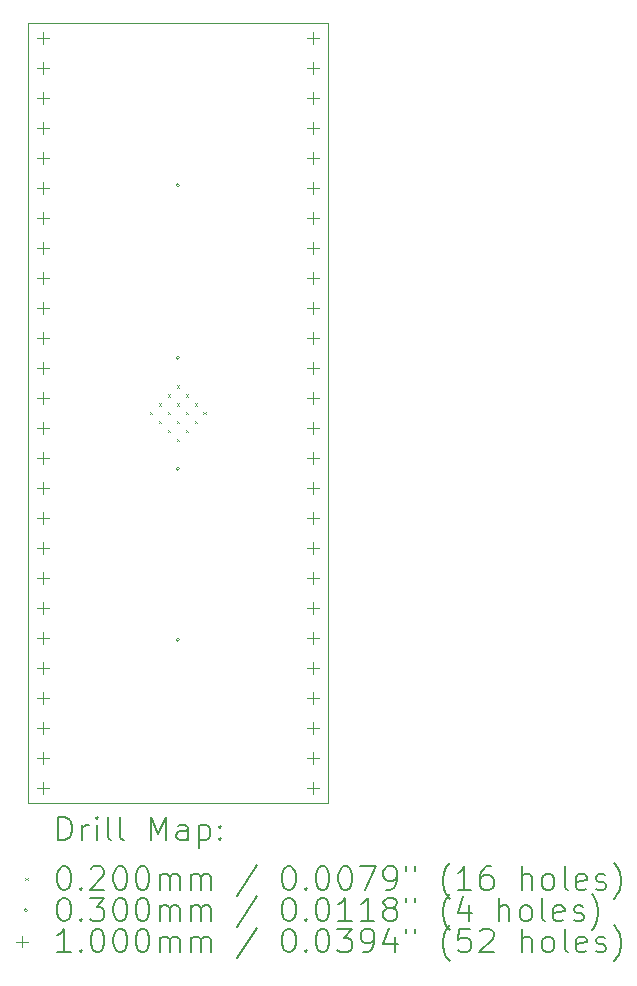
<source format=gbr>
%TF.GenerationSoftware,KiCad,Pcbnew,9.0.6*%
%TF.CreationDate,2026-01-08T20:47:44-06:00*%
%TF.ProjectId,QFN-48_5x5_P0.35,51464e2d-3438-45f3-9578-355f50302e33,rev?*%
%TF.SameCoordinates,Original*%
%TF.FileFunction,Drillmap*%
%TF.FilePolarity,Positive*%
%FSLAX45Y45*%
G04 Gerber Fmt 4.5, Leading zero omitted, Abs format (unit mm)*
G04 Created by KiCad (PCBNEW 9.0.6) date 2026-01-08 20:47:44*
%MOMM*%
%LPD*%
G01*
G04 APERTURE LIST*
%ADD10C,0.050000*%
%ADD11C,0.200000*%
%ADD12C,0.100000*%
G04 APERTURE END LIST*
D10*
X12573000Y-8763000D02*
X15113000Y-8763000D01*
X15113000Y-15367000D01*
X12573000Y-15367000D01*
X12573000Y-8763000D01*
D11*
D12*
X13606726Y-12055000D02*
X13626726Y-12075000D01*
X13626726Y-12055000D02*
X13606726Y-12075000D01*
X13682151Y-11979575D02*
X13702151Y-11999575D01*
X13702151Y-11979575D02*
X13682151Y-11999575D01*
X13682151Y-12130425D02*
X13702151Y-12150425D01*
X13702151Y-12130425D02*
X13682151Y-12150425D01*
X13757575Y-11904151D02*
X13777575Y-11924151D01*
X13777575Y-11904151D02*
X13757575Y-11924151D01*
X13757575Y-12055000D02*
X13777575Y-12075000D01*
X13777575Y-12055000D02*
X13757575Y-12075000D01*
X13757575Y-12205849D02*
X13777575Y-12225849D01*
X13777575Y-12205849D02*
X13757575Y-12225849D01*
X13833000Y-11828726D02*
X13853000Y-11848726D01*
X13853000Y-11828726D02*
X13833000Y-11848726D01*
X13833000Y-11979575D02*
X13853000Y-11999575D01*
X13853000Y-11979575D02*
X13833000Y-11999575D01*
X13833000Y-12130425D02*
X13853000Y-12150425D01*
X13853000Y-12130425D02*
X13833000Y-12150425D01*
X13833000Y-12281274D02*
X13853000Y-12301274D01*
X13853000Y-12281274D02*
X13833000Y-12301274D01*
X13908425Y-11904151D02*
X13928425Y-11924151D01*
X13928425Y-11904151D02*
X13908425Y-11924151D01*
X13908425Y-12055000D02*
X13928425Y-12075000D01*
X13928425Y-12055000D02*
X13908425Y-12075000D01*
X13908425Y-12205849D02*
X13928425Y-12225849D01*
X13928425Y-12205849D02*
X13908425Y-12225849D01*
X13983849Y-11979575D02*
X14003849Y-11999575D01*
X14003849Y-11979575D02*
X13983849Y-11999575D01*
X13983849Y-12130425D02*
X14003849Y-12150425D01*
X14003849Y-12130425D02*
X13983849Y-12150425D01*
X14059274Y-12055000D02*
X14079274Y-12075000D01*
X14079274Y-12055000D02*
X14059274Y-12075000D01*
X13858000Y-10134600D02*
G75*
G02*
X13828000Y-10134600I-15000J0D01*
G01*
X13828000Y-10134600D02*
G75*
G02*
X13858000Y-10134600I15000J0D01*
G01*
X13858000Y-11595100D02*
G75*
G02*
X13828000Y-11595100I-15000J0D01*
G01*
X13828000Y-11595100D02*
G75*
G02*
X13858000Y-11595100I15000J0D01*
G01*
X13858000Y-12534900D02*
G75*
G02*
X13828000Y-12534900I-15000J0D01*
G01*
X13828000Y-12534900D02*
G75*
G02*
X13858000Y-12534900I15000J0D01*
G01*
X13858000Y-13982700D02*
G75*
G02*
X13828000Y-13982700I-15000J0D01*
G01*
X13828000Y-13982700D02*
G75*
G02*
X13858000Y-13982700I15000J0D01*
G01*
X12700000Y-8840000D02*
X12700000Y-8940000D01*
X12650000Y-8890000D02*
X12750000Y-8890000D01*
X12700000Y-9094000D02*
X12700000Y-9194000D01*
X12650000Y-9144000D02*
X12750000Y-9144000D01*
X12700000Y-9348000D02*
X12700000Y-9448000D01*
X12650000Y-9398000D02*
X12750000Y-9398000D01*
X12700000Y-9602000D02*
X12700000Y-9702000D01*
X12650000Y-9652000D02*
X12750000Y-9652000D01*
X12700000Y-9856000D02*
X12700000Y-9956000D01*
X12650000Y-9906000D02*
X12750000Y-9906000D01*
X12700000Y-10110000D02*
X12700000Y-10210000D01*
X12650000Y-10160000D02*
X12750000Y-10160000D01*
X12700000Y-10364000D02*
X12700000Y-10464000D01*
X12650000Y-10414000D02*
X12750000Y-10414000D01*
X12700000Y-10618000D02*
X12700000Y-10718000D01*
X12650000Y-10668000D02*
X12750000Y-10668000D01*
X12700000Y-10872000D02*
X12700000Y-10972000D01*
X12650000Y-10922000D02*
X12750000Y-10922000D01*
X12700000Y-11126000D02*
X12700000Y-11226000D01*
X12650000Y-11176000D02*
X12750000Y-11176000D01*
X12700000Y-11380000D02*
X12700000Y-11480000D01*
X12650000Y-11430000D02*
X12750000Y-11430000D01*
X12700000Y-11634000D02*
X12700000Y-11734000D01*
X12650000Y-11684000D02*
X12750000Y-11684000D01*
X12700000Y-11888000D02*
X12700000Y-11988000D01*
X12650000Y-11938000D02*
X12750000Y-11938000D01*
X12700000Y-12142000D02*
X12700000Y-12242000D01*
X12650000Y-12192000D02*
X12750000Y-12192000D01*
X12700000Y-12396000D02*
X12700000Y-12496000D01*
X12650000Y-12446000D02*
X12750000Y-12446000D01*
X12700000Y-12650000D02*
X12700000Y-12750000D01*
X12650000Y-12700000D02*
X12750000Y-12700000D01*
X12700000Y-12904000D02*
X12700000Y-13004000D01*
X12650000Y-12954000D02*
X12750000Y-12954000D01*
X12700000Y-13158000D02*
X12700000Y-13258000D01*
X12650000Y-13208000D02*
X12750000Y-13208000D01*
X12700000Y-13412000D02*
X12700000Y-13512000D01*
X12650000Y-13462000D02*
X12750000Y-13462000D01*
X12700000Y-13666000D02*
X12700000Y-13766000D01*
X12650000Y-13716000D02*
X12750000Y-13716000D01*
X12700000Y-13920000D02*
X12700000Y-14020000D01*
X12650000Y-13970000D02*
X12750000Y-13970000D01*
X12700000Y-14174000D02*
X12700000Y-14274000D01*
X12650000Y-14224000D02*
X12750000Y-14224000D01*
X12700000Y-14428000D02*
X12700000Y-14528000D01*
X12650000Y-14478000D02*
X12750000Y-14478000D01*
X12700000Y-14682000D02*
X12700000Y-14782000D01*
X12650000Y-14732000D02*
X12750000Y-14732000D01*
X12700000Y-14936000D02*
X12700000Y-15036000D01*
X12650000Y-14986000D02*
X12750000Y-14986000D01*
X12700000Y-15190000D02*
X12700000Y-15290000D01*
X12650000Y-15240000D02*
X12750000Y-15240000D01*
X14986000Y-8840000D02*
X14986000Y-8940000D01*
X14936000Y-8890000D02*
X15036000Y-8890000D01*
X14986000Y-9094000D02*
X14986000Y-9194000D01*
X14936000Y-9144000D02*
X15036000Y-9144000D01*
X14986000Y-9348000D02*
X14986000Y-9448000D01*
X14936000Y-9398000D02*
X15036000Y-9398000D01*
X14986000Y-9602000D02*
X14986000Y-9702000D01*
X14936000Y-9652000D02*
X15036000Y-9652000D01*
X14986000Y-9856000D02*
X14986000Y-9956000D01*
X14936000Y-9906000D02*
X15036000Y-9906000D01*
X14986000Y-10110000D02*
X14986000Y-10210000D01*
X14936000Y-10160000D02*
X15036000Y-10160000D01*
X14986000Y-10364000D02*
X14986000Y-10464000D01*
X14936000Y-10414000D02*
X15036000Y-10414000D01*
X14986000Y-10618000D02*
X14986000Y-10718000D01*
X14936000Y-10668000D02*
X15036000Y-10668000D01*
X14986000Y-10872000D02*
X14986000Y-10972000D01*
X14936000Y-10922000D02*
X15036000Y-10922000D01*
X14986000Y-11126000D02*
X14986000Y-11226000D01*
X14936000Y-11176000D02*
X15036000Y-11176000D01*
X14986000Y-11380000D02*
X14986000Y-11480000D01*
X14936000Y-11430000D02*
X15036000Y-11430000D01*
X14986000Y-11634000D02*
X14986000Y-11734000D01*
X14936000Y-11684000D02*
X15036000Y-11684000D01*
X14986000Y-11888000D02*
X14986000Y-11988000D01*
X14936000Y-11938000D02*
X15036000Y-11938000D01*
X14986000Y-12142000D02*
X14986000Y-12242000D01*
X14936000Y-12192000D02*
X15036000Y-12192000D01*
X14986000Y-12396000D02*
X14986000Y-12496000D01*
X14936000Y-12446000D02*
X15036000Y-12446000D01*
X14986000Y-12650000D02*
X14986000Y-12750000D01*
X14936000Y-12700000D02*
X15036000Y-12700000D01*
X14986000Y-12904000D02*
X14986000Y-13004000D01*
X14936000Y-12954000D02*
X15036000Y-12954000D01*
X14986000Y-13158000D02*
X14986000Y-13258000D01*
X14936000Y-13208000D02*
X15036000Y-13208000D01*
X14986000Y-13412000D02*
X14986000Y-13512000D01*
X14936000Y-13462000D02*
X15036000Y-13462000D01*
X14986000Y-13666000D02*
X14986000Y-13766000D01*
X14936000Y-13716000D02*
X15036000Y-13716000D01*
X14986000Y-13920000D02*
X14986000Y-14020000D01*
X14936000Y-13970000D02*
X15036000Y-13970000D01*
X14986000Y-14174000D02*
X14986000Y-14274000D01*
X14936000Y-14224000D02*
X15036000Y-14224000D01*
X14986000Y-14428000D02*
X14986000Y-14528000D01*
X14936000Y-14478000D02*
X15036000Y-14478000D01*
X14986000Y-14682000D02*
X14986000Y-14782000D01*
X14936000Y-14732000D02*
X15036000Y-14732000D01*
X14986000Y-14936000D02*
X14986000Y-15036000D01*
X14936000Y-14986000D02*
X15036000Y-14986000D01*
X14986000Y-15190000D02*
X14986000Y-15290000D01*
X14936000Y-15240000D02*
X15036000Y-15240000D01*
D11*
X12831277Y-15680984D02*
X12831277Y-15480984D01*
X12831277Y-15480984D02*
X12878896Y-15480984D01*
X12878896Y-15480984D02*
X12907467Y-15490508D01*
X12907467Y-15490508D02*
X12926515Y-15509555D01*
X12926515Y-15509555D02*
X12936039Y-15528603D01*
X12936039Y-15528603D02*
X12945562Y-15566698D01*
X12945562Y-15566698D02*
X12945562Y-15595269D01*
X12945562Y-15595269D02*
X12936039Y-15633365D01*
X12936039Y-15633365D02*
X12926515Y-15652412D01*
X12926515Y-15652412D02*
X12907467Y-15671460D01*
X12907467Y-15671460D02*
X12878896Y-15680984D01*
X12878896Y-15680984D02*
X12831277Y-15680984D01*
X13031277Y-15680984D02*
X13031277Y-15547650D01*
X13031277Y-15585746D02*
X13040801Y-15566698D01*
X13040801Y-15566698D02*
X13050324Y-15557174D01*
X13050324Y-15557174D02*
X13069372Y-15547650D01*
X13069372Y-15547650D02*
X13088420Y-15547650D01*
X13155086Y-15680984D02*
X13155086Y-15547650D01*
X13155086Y-15480984D02*
X13145562Y-15490508D01*
X13145562Y-15490508D02*
X13155086Y-15500031D01*
X13155086Y-15500031D02*
X13164610Y-15490508D01*
X13164610Y-15490508D02*
X13155086Y-15480984D01*
X13155086Y-15480984D02*
X13155086Y-15500031D01*
X13278896Y-15680984D02*
X13259848Y-15671460D01*
X13259848Y-15671460D02*
X13250324Y-15652412D01*
X13250324Y-15652412D02*
X13250324Y-15480984D01*
X13383658Y-15680984D02*
X13364610Y-15671460D01*
X13364610Y-15671460D02*
X13355086Y-15652412D01*
X13355086Y-15652412D02*
X13355086Y-15480984D01*
X13612229Y-15680984D02*
X13612229Y-15480984D01*
X13612229Y-15480984D02*
X13678896Y-15623841D01*
X13678896Y-15623841D02*
X13745562Y-15480984D01*
X13745562Y-15480984D02*
X13745562Y-15680984D01*
X13926515Y-15680984D02*
X13926515Y-15576222D01*
X13926515Y-15576222D02*
X13916991Y-15557174D01*
X13916991Y-15557174D02*
X13897943Y-15547650D01*
X13897943Y-15547650D02*
X13859848Y-15547650D01*
X13859848Y-15547650D02*
X13840801Y-15557174D01*
X13926515Y-15671460D02*
X13907467Y-15680984D01*
X13907467Y-15680984D02*
X13859848Y-15680984D01*
X13859848Y-15680984D02*
X13840801Y-15671460D01*
X13840801Y-15671460D02*
X13831277Y-15652412D01*
X13831277Y-15652412D02*
X13831277Y-15633365D01*
X13831277Y-15633365D02*
X13840801Y-15614317D01*
X13840801Y-15614317D02*
X13859848Y-15604793D01*
X13859848Y-15604793D02*
X13907467Y-15604793D01*
X13907467Y-15604793D02*
X13926515Y-15595269D01*
X14021753Y-15547650D02*
X14021753Y-15747650D01*
X14021753Y-15557174D02*
X14040801Y-15547650D01*
X14040801Y-15547650D02*
X14078896Y-15547650D01*
X14078896Y-15547650D02*
X14097943Y-15557174D01*
X14097943Y-15557174D02*
X14107467Y-15566698D01*
X14107467Y-15566698D02*
X14116991Y-15585746D01*
X14116991Y-15585746D02*
X14116991Y-15642888D01*
X14116991Y-15642888D02*
X14107467Y-15661936D01*
X14107467Y-15661936D02*
X14097943Y-15671460D01*
X14097943Y-15671460D02*
X14078896Y-15680984D01*
X14078896Y-15680984D02*
X14040801Y-15680984D01*
X14040801Y-15680984D02*
X14021753Y-15671460D01*
X14202705Y-15661936D02*
X14212229Y-15671460D01*
X14212229Y-15671460D02*
X14202705Y-15680984D01*
X14202705Y-15680984D02*
X14193182Y-15671460D01*
X14193182Y-15671460D02*
X14202705Y-15661936D01*
X14202705Y-15661936D02*
X14202705Y-15680984D01*
X14202705Y-15557174D02*
X14212229Y-15566698D01*
X14212229Y-15566698D02*
X14202705Y-15576222D01*
X14202705Y-15576222D02*
X14193182Y-15566698D01*
X14193182Y-15566698D02*
X14202705Y-15557174D01*
X14202705Y-15557174D02*
X14202705Y-15576222D01*
D12*
X12550500Y-15999500D02*
X12570500Y-16019500D01*
X12570500Y-15999500D02*
X12550500Y-16019500D01*
D11*
X12869372Y-15900984D02*
X12888420Y-15900984D01*
X12888420Y-15900984D02*
X12907467Y-15910508D01*
X12907467Y-15910508D02*
X12916991Y-15920031D01*
X12916991Y-15920031D02*
X12926515Y-15939079D01*
X12926515Y-15939079D02*
X12936039Y-15977174D01*
X12936039Y-15977174D02*
X12936039Y-16024793D01*
X12936039Y-16024793D02*
X12926515Y-16062888D01*
X12926515Y-16062888D02*
X12916991Y-16081936D01*
X12916991Y-16081936D02*
X12907467Y-16091460D01*
X12907467Y-16091460D02*
X12888420Y-16100984D01*
X12888420Y-16100984D02*
X12869372Y-16100984D01*
X12869372Y-16100984D02*
X12850324Y-16091460D01*
X12850324Y-16091460D02*
X12840801Y-16081936D01*
X12840801Y-16081936D02*
X12831277Y-16062888D01*
X12831277Y-16062888D02*
X12821753Y-16024793D01*
X12821753Y-16024793D02*
X12821753Y-15977174D01*
X12821753Y-15977174D02*
X12831277Y-15939079D01*
X12831277Y-15939079D02*
X12840801Y-15920031D01*
X12840801Y-15920031D02*
X12850324Y-15910508D01*
X12850324Y-15910508D02*
X12869372Y-15900984D01*
X13021753Y-16081936D02*
X13031277Y-16091460D01*
X13031277Y-16091460D02*
X13021753Y-16100984D01*
X13021753Y-16100984D02*
X13012229Y-16091460D01*
X13012229Y-16091460D02*
X13021753Y-16081936D01*
X13021753Y-16081936D02*
X13021753Y-16100984D01*
X13107467Y-15920031D02*
X13116991Y-15910508D01*
X13116991Y-15910508D02*
X13136039Y-15900984D01*
X13136039Y-15900984D02*
X13183658Y-15900984D01*
X13183658Y-15900984D02*
X13202705Y-15910508D01*
X13202705Y-15910508D02*
X13212229Y-15920031D01*
X13212229Y-15920031D02*
X13221753Y-15939079D01*
X13221753Y-15939079D02*
X13221753Y-15958127D01*
X13221753Y-15958127D02*
X13212229Y-15986698D01*
X13212229Y-15986698D02*
X13097943Y-16100984D01*
X13097943Y-16100984D02*
X13221753Y-16100984D01*
X13345562Y-15900984D02*
X13364610Y-15900984D01*
X13364610Y-15900984D02*
X13383658Y-15910508D01*
X13383658Y-15910508D02*
X13393182Y-15920031D01*
X13393182Y-15920031D02*
X13402705Y-15939079D01*
X13402705Y-15939079D02*
X13412229Y-15977174D01*
X13412229Y-15977174D02*
X13412229Y-16024793D01*
X13412229Y-16024793D02*
X13402705Y-16062888D01*
X13402705Y-16062888D02*
X13393182Y-16081936D01*
X13393182Y-16081936D02*
X13383658Y-16091460D01*
X13383658Y-16091460D02*
X13364610Y-16100984D01*
X13364610Y-16100984D02*
X13345562Y-16100984D01*
X13345562Y-16100984D02*
X13326515Y-16091460D01*
X13326515Y-16091460D02*
X13316991Y-16081936D01*
X13316991Y-16081936D02*
X13307467Y-16062888D01*
X13307467Y-16062888D02*
X13297943Y-16024793D01*
X13297943Y-16024793D02*
X13297943Y-15977174D01*
X13297943Y-15977174D02*
X13307467Y-15939079D01*
X13307467Y-15939079D02*
X13316991Y-15920031D01*
X13316991Y-15920031D02*
X13326515Y-15910508D01*
X13326515Y-15910508D02*
X13345562Y-15900984D01*
X13536039Y-15900984D02*
X13555086Y-15900984D01*
X13555086Y-15900984D02*
X13574134Y-15910508D01*
X13574134Y-15910508D02*
X13583658Y-15920031D01*
X13583658Y-15920031D02*
X13593182Y-15939079D01*
X13593182Y-15939079D02*
X13602705Y-15977174D01*
X13602705Y-15977174D02*
X13602705Y-16024793D01*
X13602705Y-16024793D02*
X13593182Y-16062888D01*
X13593182Y-16062888D02*
X13583658Y-16081936D01*
X13583658Y-16081936D02*
X13574134Y-16091460D01*
X13574134Y-16091460D02*
X13555086Y-16100984D01*
X13555086Y-16100984D02*
X13536039Y-16100984D01*
X13536039Y-16100984D02*
X13516991Y-16091460D01*
X13516991Y-16091460D02*
X13507467Y-16081936D01*
X13507467Y-16081936D02*
X13497943Y-16062888D01*
X13497943Y-16062888D02*
X13488420Y-16024793D01*
X13488420Y-16024793D02*
X13488420Y-15977174D01*
X13488420Y-15977174D02*
X13497943Y-15939079D01*
X13497943Y-15939079D02*
X13507467Y-15920031D01*
X13507467Y-15920031D02*
X13516991Y-15910508D01*
X13516991Y-15910508D02*
X13536039Y-15900984D01*
X13688420Y-16100984D02*
X13688420Y-15967650D01*
X13688420Y-15986698D02*
X13697943Y-15977174D01*
X13697943Y-15977174D02*
X13716991Y-15967650D01*
X13716991Y-15967650D02*
X13745563Y-15967650D01*
X13745563Y-15967650D02*
X13764610Y-15977174D01*
X13764610Y-15977174D02*
X13774134Y-15996222D01*
X13774134Y-15996222D02*
X13774134Y-16100984D01*
X13774134Y-15996222D02*
X13783658Y-15977174D01*
X13783658Y-15977174D02*
X13802705Y-15967650D01*
X13802705Y-15967650D02*
X13831277Y-15967650D01*
X13831277Y-15967650D02*
X13850324Y-15977174D01*
X13850324Y-15977174D02*
X13859848Y-15996222D01*
X13859848Y-15996222D02*
X13859848Y-16100984D01*
X13955086Y-16100984D02*
X13955086Y-15967650D01*
X13955086Y-15986698D02*
X13964610Y-15977174D01*
X13964610Y-15977174D02*
X13983658Y-15967650D01*
X13983658Y-15967650D02*
X14012229Y-15967650D01*
X14012229Y-15967650D02*
X14031277Y-15977174D01*
X14031277Y-15977174D02*
X14040801Y-15996222D01*
X14040801Y-15996222D02*
X14040801Y-16100984D01*
X14040801Y-15996222D02*
X14050324Y-15977174D01*
X14050324Y-15977174D02*
X14069372Y-15967650D01*
X14069372Y-15967650D02*
X14097943Y-15967650D01*
X14097943Y-15967650D02*
X14116991Y-15977174D01*
X14116991Y-15977174D02*
X14126515Y-15996222D01*
X14126515Y-15996222D02*
X14126515Y-16100984D01*
X14516991Y-15891460D02*
X14345563Y-16148603D01*
X14774134Y-15900984D02*
X14793182Y-15900984D01*
X14793182Y-15900984D02*
X14812229Y-15910508D01*
X14812229Y-15910508D02*
X14821753Y-15920031D01*
X14821753Y-15920031D02*
X14831277Y-15939079D01*
X14831277Y-15939079D02*
X14840801Y-15977174D01*
X14840801Y-15977174D02*
X14840801Y-16024793D01*
X14840801Y-16024793D02*
X14831277Y-16062888D01*
X14831277Y-16062888D02*
X14821753Y-16081936D01*
X14821753Y-16081936D02*
X14812229Y-16091460D01*
X14812229Y-16091460D02*
X14793182Y-16100984D01*
X14793182Y-16100984D02*
X14774134Y-16100984D01*
X14774134Y-16100984D02*
X14755086Y-16091460D01*
X14755086Y-16091460D02*
X14745563Y-16081936D01*
X14745563Y-16081936D02*
X14736039Y-16062888D01*
X14736039Y-16062888D02*
X14726515Y-16024793D01*
X14726515Y-16024793D02*
X14726515Y-15977174D01*
X14726515Y-15977174D02*
X14736039Y-15939079D01*
X14736039Y-15939079D02*
X14745563Y-15920031D01*
X14745563Y-15920031D02*
X14755086Y-15910508D01*
X14755086Y-15910508D02*
X14774134Y-15900984D01*
X14926515Y-16081936D02*
X14936039Y-16091460D01*
X14936039Y-16091460D02*
X14926515Y-16100984D01*
X14926515Y-16100984D02*
X14916991Y-16091460D01*
X14916991Y-16091460D02*
X14926515Y-16081936D01*
X14926515Y-16081936D02*
X14926515Y-16100984D01*
X15059848Y-15900984D02*
X15078896Y-15900984D01*
X15078896Y-15900984D02*
X15097944Y-15910508D01*
X15097944Y-15910508D02*
X15107467Y-15920031D01*
X15107467Y-15920031D02*
X15116991Y-15939079D01*
X15116991Y-15939079D02*
X15126515Y-15977174D01*
X15126515Y-15977174D02*
X15126515Y-16024793D01*
X15126515Y-16024793D02*
X15116991Y-16062888D01*
X15116991Y-16062888D02*
X15107467Y-16081936D01*
X15107467Y-16081936D02*
X15097944Y-16091460D01*
X15097944Y-16091460D02*
X15078896Y-16100984D01*
X15078896Y-16100984D02*
X15059848Y-16100984D01*
X15059848Y-16100984D02*
X15040801Y-16091460D01*
X15040801Y-16091460D02*
X15031277Y-16081936D01*
X15031277Y-16081936D02*
X15021753Y-16062888D01*
X15021753Y-16062888D02*
X15012229Y-16024793D01*
X15012229Y-16024793D02*
X15012229Y-15977174D01*
X15012229Y-15977174D02*
X15021753Y-15939079D01*
X15021753Y-15939079D02*
X15031277Y-15920031D01*
X15031277Y-15920031D02*
X15040801Y-15910508D01*
X15040801Y-15910508D02*
X15059848Y-15900984D01*
X15250325Y-15900984D02*
X15269372Y-15900984D01*
X15269372Y-15900984D02*
X15288420Y-15910508D01*
X15288420Y-15910508D02*
X15297944Y-15920031D01*
X15297944Y-15920031D02*
X15307467Y-15939079D01*
X15307467Y-15939079D02*
X15316991Y-15977174D01*
X15316991Y-15977174D02*
X15316991Y-16024793D01*
X15316991Y-16024793D02*
X15307467Y-16062888D01*
X15307467Y-16062888D02*
X15297944Y-16081936D01*
X15297944Y-16081936D02*
X15288420Y-16091460D01*
X15288420Y-16091460D02*
X15269372Y-16100984D01*
X15269372Y-16100984D02*
X15250325Y-16100984D01*
X15250325Y-16100984D02*
X15231277Y-16091460D01*
X15231277Y-16091460D02*
X15221753Y-16081936D01*
X15221753Y-16081936D02*
X15212229Y-16062888D01*
X15212229Y-16062888D02*
X15202706Y-16024793D01*
X15202706Y-16024793D02*
X15202706Y-15977174D01*
X15202706Y-15977174D02*
X15212229Y-15939079D01*
X15212229Y-15939079D02*
X15221753Y-15920031D01*
X15221753Y-15920031D02*
X15231277Y-15910508D01*
X15231277Y-15910508D02*
X15250325Y-15900984D01*
X15383658Y-15900984D02*
X15516991Y-15900984D01*
X15516991Y-15900984D02*
X15431277Y-16100984D01*
X15602706Y-16100984D02*
X15640801Y-16100984D01*
X15640801Y-16100984D02*
X15659848Y-16091460D01*
X15659848Y-16091460D02*
X15669372Y-16081936D01*
X15669372Y-16081936D02*
X15688420Y-16053365D01*
X15688420Y-16053365D02*
X15697944Y-16015269D01*
X15697944Y-16015269D02*
X15697944Y-15939079D01*
X15697944Y-15939079D02*
X15688420Y-15920031D01*
X15688420Y-15920031D02*
X15678896Y-15910508D01*
X15678896Y-15910508D02*
X15659848Y-15900984D01*
X15659848Y-15900984D02*
X15621753Y-15900984D01*
X15621753Y-15900984D02*
X15602706Y-15910508D01*
X15602706Y-15910508D02*
X15593182Y-15920031D01*
X15593182Y-15920031D02*
X15583658Y-15939079D01*
X15583658Y-15939079D02*
X15583658Y-15986698D01*
X15583658Y-15986698D02*
X15593182Y-16005746D01*
X15593182Y-16005746D02*
X15602706Y-16015269D01*
X15602706Y-16015269D02*
X15621753Y-16024793D01*
X15621753Y-16024793D02*
X15659848Y-16024793D01*
X15659848Y-16024793D02*
X15678896Y-16015269D01*
X15678896Y-16015269D02*
X15688420Y-16005746D01*
X15688420Y-16005746D02*
X15697944Y-15986698D01*
X15774134Y-15900984D02*
X15774134Y-15939079D01*
X15850325Y-15900984D02*
X15850325Y-15939079D01*
X16145563Y-16177174D02*
X16136039Y-16167650D01*
X16136039Y-16167650D02*
X16116991Y-16139079D01*
X16116991Y-16139079D02*
X16107468Y-16120031D01*
X16107468Y-16120031D02*
X16097944Y-16091460D01*
X16097944Y-16091460D02*
X16088420Y-16043841D01*
X16088420Y-16043841D02*
X16088420Y-16005746D01*
X16088420Y-16005746D02*
X16097944Y-15958127D01*
X16097944Y-15958127D02*
X16107468Y-15929555D01*
X16107468Y-15929555D02*
X16116991Y-15910508D01*
X16116991Y-15910508D02*
X16136039Y-15881936D01*
X16136039Y-15881936D02*
X16145563Y-15872412D01*
X16326515Y-16100984D02*
X16212229Y-16100984D01*
X16269372Y-16100984D02*
X16269372Y-15900984D01*
X16269372Y-15900984D02*
X16250325Y-15929555D01*
X16250325Y-15929555D02*
X16231277Y-15948603D01*
X16231277Y-15948603D02*
X16212229Y-15958127D01*
X16497944Y-15900984D02*
X16459848Y-15900984D01*
X16459848Y-15900984D02*
X16440801Y-15910508D01*
X16440801Y-15910508D02*
X16431277Y-15920031D01*
X16431277Y-15920031D02*
X16412229Y-15948603D01*
X16412229Y-15948603D02*
X16402706Y-15986698D01*
X16402706Y-15986698D02*
X16402706Y-16062888D01*
X16402706Y-16062888D02*
X16412229Y-16081936D01*
X16412229Y-16081936D02*
X16421753Y-16091460D01*
X16421753Y-16091460D02*
X16440801Y-16100984D01*
X16440801Y-16100984D02*
X16478896Y-16100984D01*
X16478896Y-16100984D02*
X16497944Y-16091460D01*
X16497944Y-16091460D02*
X16507468Y-16081936D01*
X16507468Y-16081936D02*
X16516991Y-16062888D01*
X16516991Y-16062888D02*
X16516991Y-16015269D01*
X16516991Y-16015269D02*
X16507468Y-15996222D01*
X16507468Y-15996222D02*
X16497944Y-15986698D01*
X16497944Y-15986698D02*
X16478896Y-15977174D01*
X16478896Y-15977174D02*
X16440801Y-15977174D01*
X16440801Y-15977174D02*
X16421753Y-15986698D01*
X16421753Y-15986698D02*
X16412229Y-15996222D01*
X16412229Y-15996222D02*
X16402706Y-16015269D01*
X16755087Y-16100984D02*
X16755087Y-15900984D01*
X16840801Y-16100984D02*
X16840801Y-15996222D01*
X16840801Y-15996222D02*
X16831277Y-15977174D01*
X16831277Y-15977174D02*
X16812230Y-15967650D01*
X16812230Y-15967650D02*
X16783658Y-15967650D01*
X16783658Y-15967650D02*
X16764610Y-15977174D01*
X16764610Y-15977174D02*
X16755087Y-15986698D01*
X16964611Y-16100984D02*
X16945563Y-16091460D01*
X16945563Y-16091460D02*
X16936039Y-16081936D01*
X16936039Y-16081936D02*
X16926515Y-16062888D01*
X16926515Y-16062888D02*
X16926515Y-16005746D01*
X16926515Y-16005746D02*
X16936039Y-15986698D01*
X16936039Y-15986698D02*
X16945563Y-15977174D01*
X16945563Y-15977174D02*
X16964611Y-15967650D01*
X16964611Y-15967650D02*
X16993182Y-15967650D01*
X16993182Y-15967650D02*
X17012230Y-15977174D01*
X17012230Y-15977174D02*
X17021753Y-15986698D01*
X17021753Y-15986698D02*
X17031277Y-16005746D01*
X17031277Y-16005746D02*
X17031277Y-16062888D01*
X17031277Y-16062888D02*
X17021753Y-16081936D01*
X17021753Y-16081936D02*
X17012230Y-16091460D01*
X17012230Y-16091460D02*
X16993182Y-16100984D01*
X16993182Y-16100984D02*
X16964611Y-16100984D01*
X17145563Y-16100984D02*
X17126515Y-16091460D01*
X17126515Y-16091460D02*
X17116992Y-16072412D01*
X17116992Y-16072412D02*
X17116992Y-15900984D01*
X17297944Y-16091460D02*
X17278896Y-16100984D01*
X17278896Y-16100984D02*
X17240801Y-16100984D01*
X17240801Y-16100984D02*
X17221753Y-16091460D01*
X17221753Y-16091460D02*
X17212230Y-16072412D01*
X17212230Y-16072412D02*
X17212230Y-15996222D01*
X17212230Y-15996222D02*
X17221753Y-15977174D01*
X17221753Y-15977174D02*
X17240801Y-15967650D01*
X17240801Y-15967650D02*
X17278896Y-15967650D01*
X17278896Y-15967650D02*
X17297944Y-15977174D01*
X17297944Y-15977174D02*
X17307468Y-15996222D01*
X17307468Y-15996222D02*
X17307468Y-16015269D01*
X17307468Y-16015269D02*
X17212230Y-16034317D01*
X17383658Y-16091460D02*
X17402706Y-16100984D01*
X17402706Y-16100984D02*
X17440801Y-16100984D01*
X17440801Y-16100984D02*
X17459849Y-16091460D01*
X17459849Y-16091460D02*
X17469373Y-16072412D01*
X17469373Y-16072412D02*
X17469373Y-16062888D01*
X17469373Y-16062888D02*
X17459849Y-16043841D01*
X17459849Y-16043841D02*
X17440801Y-16034317D01*
X17440801Y-16034317D02*
X17412230Y-16034317D01*
X17412230Y-16034317D02*
X17393182Y-16024793D01*
X17393182Y-16024793D02*
X17383658Y-16005746D01*
X17383658Y-16005746D02*
X17383658Y-15996222D01*
X17383658Y-15996222D02*
X17393182Y-15977174D01*
X17393182Y-15977174D02*
X17412230Y-15967650D01*
X17412230Y-15967650D02*
X17440801Y-15967650D01*
X17440801Y-15967650D02*
X17459849Y-15977174D01*
X17536039Y-16177174D02*
X17545563Y-16167650D01*
X17545563Y-16167650D02*
X17564611Y-16139079D01*
X17564611Y-16139079D02*
X17574134Y-16120031D01*
X17574134Y-16120031D02*
X17583658Y-16091460D01*
X17583658Y-16091460D02*
X17593182Y-16043841D01*
X17593182Y-16043841D02*
X17593182Y-16005746D01*
X17593182Y-16005746D02*
X17583658Y-15958127D01*
X17583658Y-15958127D02*
X17574134Y-15929555D01*
X17574134Y-15929555D02*
X17564611Y-15910508D01*
X17564611Y-15910508D02*
X17545563Y-15881936D01*
X17545563Y-15881936D02*
X17536039Y-15872412D01*
D12*
X12570500Y-16273500D02*
G75*
G02*
X12540500Y-16273500I-15000J0D01*
G01*
X12540500Y-16273500D02*
G75*
G02*
X12570500Y-16273500I15000J0D01*
G01*
D11*
X12869372Y-16164984D02*
X12888420Y-16164984D01*
X12888420Y-16164984D02*
X12907467Y-16174508D01*
X12907467Y-16174508D02*
X12916991Y-16184031D01*
X12916991Y-16184031D02*
X12926515Y-16203079D01*
X12926515Y-16203079D02*
X12936039Y-16241174D01*
X12936039Y-16241174D02*
X12936039Y-16288793D01*
X12936039Y-16288793D02*
X12926515Y-16326888D01*
X12926515Y-16326888D02*
X12916991Y-16345936D01*
X12916991Y-16345936D02*
X12907467Y-16355460D01*
X12907467Y-16355460D02*
X12888420Y-16364984D01*
X12888420Y-16364984D02*
X12869372Y-16364984D01*
X12869372Y-16364984D02*
X12850324Y-16355460D01*
X12850324Y-16355460D02*
X12840801Y-16345936D01*
X12840801Y-16345936D02*
X12831277Y-16326888D01*
X12831277Y-16326888D02*
X12821753Y-16288793D01*
X12821753Y-16288793D02*
X12821753Y-16241174D01*
X12821753Y-16241174D02*
X12831277Y-16203079D01*
X12831277Y-16203079D02*
X12840801Y-16184031D01*
X12840801Y-16184031D02*
X12850324Y-16174508D01*
X12850324Y-16174508D02*
X12869372Y-16164984D01*
X13021753Y-16345936D02*
X13031277Y-16355460D01*
X13031277Y-16355460D02*
X13021753Y-16364984D01*
X13021753Y-16364984D02*
X13012229Y-16355460D01*
X13012229Y-16355460D02*
X13021753Y-16345936D01*
X13021753Y-16345936D02*
X13021753Y-16364984D01*
X13097943Y-16164984D02*
X13221753Y-16164984D01*
X13221753Y-16164984D02*
X13155086Y-16241174D01*
X13155086Y-16241174D02*
X13183658Y-16241174D01*
X13183658Y-16241174D02*
X13202705Y-16250698D01*
X13202705Y-16250698D02*
X13212229Y-16260222D01*
X13212229Y-16260222D02*
X13221753Y-16279269D01*
X13221753Y-16279269D02*
X13221753Y-16326888D01*
X13221753Y-16326888D02*
X13212229Y-16345936D01*
X13212229Y-16345936D02*
X13202705Y-16355460D01*
X13202705Y-16355460D02*
X13183658Y-16364984D01*
X13183658Y-16364984D02*
X13126515Y-16364984D01*
X13126515Y-16364984D02*
X13107467Y-16355460D01*
X13107467Y-16355460D02*
X13097943Y-16345936D01*
X13345562Y-16164984D02*
X13364610Y-16164984D01*
X13364610Y-16164984D02*
X13383658Y-16174508D01*
X13383658Y-16174508D02*
X13393182Y-16184031D01*
X13393182Y-16184031D02*
X13402705Y-16203079D01*
X13402705Y-16203079D02*
X13412229Y-16241174D01*
X13412229Y-16241174D02*
X13412229Y-16288793D01*
X13412229Y-16288793D02*
X13402705Y-16326888D01*
X13402705Y-16326888D02*
X13393182Y-16345936D01*
X13393182Y-16345936D02*
X13383658Y-16355460D01*
X13383658Y-16355460D02*
X13364610Y-16364984D01*
X13364610Y-16364984D02*
X13345562Y-16364984D01*
X13345562Y-16364984D02*
X13326515Y-16355460D01*
X13326515Y-16355460D02*
X13316991Y-16345936D01*
X13316991Y-16345936D02*
X13307467Y-16326888D01*
X13307467Y-16326888D02*
X13297943Y-16288793D01*
X13297943Y-16288793D02*
X13297943Y-16241174D01*
X13297943Y-16241174D02*
X13307467Y-16203079D01*
X13307467Y-16203079D02*
X13316991Y-16184031D01*
X13316991Y-16184031D02*
X13326515Y-16174508D01*
X13326515Y-16174508D02*
X13345562Y-16164984D01*
X13536039Y-16164984D02*
X13555086Y-16164984D01*
X13555086Y-16164984D02*
X13574134Y-16174508D01*
X13574134Y-16174508D02*
X13583658Y-16184031D01*
X13583658Y-16184031D02*
X13593182Y-16203079D01*
X13593182Y-16203079D02*
X13602705Y-16241174D01*
X13602705Y-16241174D02*
X13602705Y-16288793D01*
X13602705Y-16288793D02*
X13593182Y-16326888D01*
X13593182Y-16326888D02*
X13583658Y-16345936D01*
X13583658Y-16345936D02*
X13574134Y-16355460D01*
X13574134Y-16355460D02*
X13555086Y-16364984D01*
X13555086Y-16364984D02*
X13536039Y-16364984D01*
X13536039Y-16364984D02*
X13516991Y-16355460D01*
X13516991Y-16355460D02*
X13507467Y-16345936D01*
X13507467Y-16345936D02*
X13497943Y-16326888D01*
X13497943Y-16326888D02*
X13488420Y-16288793D01*
X13488420Y-16288793D02*
X13488420Y-16241174D01*
X13488420Y-16241174D02*
X13497943Y-16203079D01*
X13497943Y-16203079D02*
X13507467Y-16184031D01*
X13507467Y-16184031D02*
X13516991Y-16174508D01*
X13516991Y-16174508D02*
X13536039Y-16164984D01*
X13688420Y-16364984D02*
X13688420Y-16231650D01*
X13688420Y-16250698D02*
X13697943Y-16241174D01*
X13697943Y-16241174D02*
X13716991Y-16231650D01*
X13716991Y-16231650D02*
X13745563Y-16231650D01*
X13745563Y-16231650D02*
X13764610Y-16241174D01*
X13764610Y-16241174D02*
X13774134Y-16260222D01*
X13774134Y-16260222D02*
X13774134Y-16364984D01*
X13774134Y-16260222D02*
X13783658Y-16241174D01*
X13783658Y-16241174D02*
X13802705Y-16231650D01*
X13802705Y-16231650D02*
X13831277Y-16231650D01*
X13831277Y-16231650D02*
X13850324Y-16241174D01*
X13850324Y-16241174D02*
X13859848Y-16260222D01*
X13859848Y-16260222D02*
X13859848Y-16364984D01*
X13955086Y-16364984D02*
X13955086Y-16231650D01*
X13955086Y-16250698D02*
X13964610Y-16241174D01*
X13964610Y-16241174D02*
X13983658Y-16231650D01*
X13983658Y-16231650D02*
X14012229Y-16231650D01*
X14012229Y-16231650D02*
X14031277Y-16241174D01*
X14031277Y-16241174D02*
X14040801Y-16260222D01*
X14040801Y-16260222D02*
X14040801Y-16364984D01*
X14040801Y-16260222D02*
X14050324Y-16241174D01*
X14050324Y-16241174D02*
X14069372Y-16231650D01*
X14069372Y-16231650D02*
X14097943Y-16231650D01*
X14097943Y-16231650D02*
X14116991Y-16241174D01*
X14116991Y-16241174D02*
X14126515Y-16260222D01*
X14126515Y-16260222D02*
X14126515Y-16364984D01*
X14516991Y-16155460D02*
X14345563Y-16412603D01*
X14774134Y-16164984D02*
X14793182Y-16164984D01*
X14793182Y-16164984D02*
X14812229Y-16174508D01*
X14812229Y-16174508D02*
X14821753Y-16184031D01*
X14821753Y-16184031D02*
X14831277Y-16203079D01*
X14831277Y-16203079D02*
X14840801Y-16241174D01*
X14840801Y-16241174D02*
X14840801Y-16288793D01*
X14840801Y-16288793D02*
X14831277Y-16326888D01*
X14831277Y-16326888D02*
X14821753Y-16345936D01*
X14821753Y-16345936D02*
X14812229Y-16355460D01*
X14812229Y-16355460D02*
X14793182Y-16364984D01*
X14793182Y-16364984D02*
X14774134Y-16364984D01*
X14774134Y-16364984D02*
X14755086Y-16355460D01*
X14755086Y-16355460D02*
X14745563Y-16345936D01*
X14745563Y-16345936D02*
X14736039Y-16326888D01*
X14736039Y-16326888D02*
X14726515Y-16288793D01*
X14726515Y-16288793D02*
X14726515Y-16241174D01*
X14726515Y-16241174D02*
X14736039Y-16203079D01*
X14736039Y-16203079D02*
X14745563Y-16184031D01*
X14745563Y-16184031D02*
X14755086Y-16174508D01*
X14755086Y-16174508D02*
X14774134Y-16164984D01*
X14926515Y-16345936D02*
X14936039Y-16355460D01*
X14936039Y-16355460D02*
X14926515Y-16364984D01*
X14926515Y-16364984D02*
X14916991Y-16355460D01*
X14916991Y-16355460D02*
X14926515Y-16345936D01*
X14926515Y-16345936D02*
X14926515Y-16364984D01*
X15059848Y-16164984D02*
X15078896Y-16164984D01*
X15078896Y-16164984D02*
X15097944Y-16174508D01*
X15097944Y-16174508D02*
X15107467Y-16184031D01*
X15107467Y-16184031D02*
X15116991Y-16203079D01*
X15116991Y-16203079D02*
X15126515Y-16241174D01*
X15126515Y-16241174D02*
X15126515Y-16288793D01*
X15126515Y-16288793D02*
X15116991Y-16326888D01*
X15116991Y-16326888D02*
X15107467Y-16345936D01*
X15107467Y-16345936D02*
X15097944Y-16355460D01*
X15097944Y-16355460D02*
X15078896Y-16364984D01*
X15078896Y-16364984D02*
X15059848Y-16364984D01*
X15059848Y-16364984D02*
X15040801Y-16355460D01*
X15040801Y-16355460D02*
X15031277Y-16345936D01*
X15031277Y-16345936D02*
X15021753Y-16326888D01*
X15021753Y-16326888D02*
X15012229Y-16288793D01*
X15012229Y-16288793D02*
X15012229Y-16241174D01*
X15012229Y-16241174D02*
X15021753Y-16203079D01*
X15021753Y-16203079D02*
X15031277Y-16184031D01*
X15031277Y-16184031D02*
X15040801Y-16174508D01*
X15040801Y-16174508D02*
X15059848Y-16164984D01*
X15316991Y-16364984D02*
X15202706Y-16364984D01*
X15259848Y-16364984D02*
X15259848Y-16164984D01*
X15259848Y-16164984D02*
X15240801Y-16193555D01*
X15240801Y-16193555D02*
X15221753Y-16212603D01*
X15221753Y-16212603D02*
X15202706Y-16222127D01*
X15507467Y-16364984D02*
X15393182Y-16364984D01*
X15450325Y-16364984D02*
X15450325Y-16164984D01*
X15450325Y-16164984D02*
X15431277Y-16193555D01*
X15431277Y-16193555D02*
X15412229Y-16212603D01*
X15412229Y-16212603D02*
X15393182Y-16222127D01*
X15621753Y-16250698D02*
X15602706Y-16241174D01*
X15602706Y-16241174D02*
X15593182Y-16231650D01*
X15593182Y-16231650D02*
X15583658Y-16212603D01*
X15583658Y-16212603D02*
X15583658Y-16203079D01*
X15583658Y-16203079D02*
X15593182Y-16184031D01*
X15593182Y-16184031D02*
X15602706Y-16174508D01*
X15602706Y-16174508D02*
X15621753Y-16164984D01*
X15621753Y-16164984D02*
X15659848Y-16164984D01*
X15659848Y-16164984D02*
X15678896Y-16174508D01*
X15678896Y-16174508D02*
X15688420Y-16184031D01*
X15688420Y-16184031D02*
X15697944Y-16203079D01*
X15697944Y-16203079D02*
X15697944Y-16212603D01*
X15697944Y-16212603D02*
X15688420Y-16231650D01*
X15688420Y-16231650D02*
X15678896Y-16241174D01*
X15678896Y-16241174D02*
X15659848Y-16250698D01*
X15659848Y-16250698D02*
X15621753Y-16250698D01*
X15621753Y-16250698D02*
X15602706Y-16260222D01*
X15602706Y-16260222D02*
X15593182Y-16269746D01*
X15593182Y-16269746D02*
X15583658Y-16288793D01*
X15583658Y-16288793D02*
X15583658Y-16326888D01*
X15583658Y-16326888D02*
X15593182Y-16345936D01*
X15593182Y-16345936D02*
X15602706Y-16355460D01*
X15602706Y-16355460D02*
X15621753Y-16364984D01*
X15621753Y-16364984D02*
X15659848Y-16364984D01*
X15659848Y-16364984D02*
X15678896Y-16355460D01*
X15678896Y-16355460D02*
X15688420Y-16345936D01*
X15688420Y-16345936D02*
X15697944Y-16326888D01*
X15697944Y-16326888D02*
X15697944Y-16288793D01*
X15697944Y-16288793D02*
X15688420Y-16269746D01*
X15688420Y-16269746D02*
X15678896Y-16260222D01*
X15678896Y-16260222D02*
X15659848Y-16250698D01*
X15774134Y-16164984D02*
X15774134Y-16203079D01*
X15850325Y-16164984D02*
X15850325Y-16203079D01*
X16145563Y-16441174D02*
X16136039Y-16431650D01*
X16136039Y-16431650D02*
X16116991Y-16403079D01*
X16116991Y-16403079D02*
X16107468Y-16384031D01*
X16107468Y-16384031D02*
X16097944Y-16355460D01*
X16097944Y-16355460D02*
X16088420Y-16307841D01*
X16088420Y-16307841D02*
X16088420Y-16269746D01*
X16088420Y-16269746D02*
X16097944Y-16222127D01*
X16097944Y-16222127D02*
X16107468Y-16193555D01*
X16107468Y-16193555D02*
X16116991Y-16174508D01*
X16116991Y-16174508D02*
X16136039Y-16145936D01*
X16136039Y-16145936D02*
X16145563Y-16136412D01*
X16307468Y-16231650D02*
X16307468Y-16364984D01*
X16259848Y-16155460D02*
X16212229Y-16298317D01*
X16212229Y-16298317D02*
X16336039Y-16298317D01*
X16564610Y-16364984D02*
X16564610Y-16164984D01*
X16650325Y-16364984D02*
X16650325Y-16260222D01*
X16650325Y-16260222D02*
X16640801Y-16241174D01*
X16640801Y-16241174D02*
X16621753Y-16231650D01*
X16621753Y-16231650D02*
X16593182Y-16231650D01*
X16593182Y-16231650D02*
X16574134Y-16241174D01*
X16574134Y-16241174D02*
X16564610Y-16250698D01*
X16774134Y-16364984D02*
X16755087Y-16355460D01*
X16755087Y-16355460D02*
X16745563Y-16345936D01*
X16745563Y-16345936D02*
X16736039Y-16326888D01*
X16736039Y-16326888D02*
X16736039Y-16269746D01*
X16736039Y-16269746D02*
X16745563Y-16250698D01*
X16745563Y-16250698D02*
X16755087Y-16241174D01*
X16755087Y-16241174D02*
X16774134Y-16231650D01*
X16774134Y-16231650D02*
X16802706Y-16231650D01*
X16802706Y-16231650D02*
X16821753Y-16241174D01*
X16821753Y-16241174D02*
X16831277Y-16250698D01*
X16831277Y-16250698D02*
X16840801Y-16269746D01*
X16840801Y-16269746D02*
X16840801Y-16326888D01*
X16840801Y-16326888D02*
X16831277Y-16345936D01*
X16831277Y-16345936D02*
X16821753Y-16355460D01*
X16821753Y-16355460D02*
X16802706Y-16364984D01*
X16802706Y-16364984D02*
X16774134Y-16364984D01*
X16955087Y-16364984D02*
X16936039Y-16355460D01*
X16936039Y-16355460D02*
X16926515Y-16336412D01*
X16926515Y-16336412D02*
X16926515Y-16164984D01*
X17107468Y-16355460D02*
X17088420Y-16364984D01*
X17088420Y-16364984D02*
X17050325Y-16364984D01*
X17050325Y-16364984D02*
X17031277Y-16355460D01*
X17031277Y-16355460D02*
X17021753Y-16336412D01*
X17021753Y-16336412D02*
X17021753Y-16260222D01*
X17021753Y-16260222D02*
X17031277Y-16241174D01*
X17031277Y-16241174D02*
X17050325Y-16231650D01*
X17050325Y-16231650D02*
X17088420Y-16231650D01*
X17088420Y-16231650D02*
X17107468Y-16241174D01*
X17107468Y-16241174D02*
X17116992Y-16260222D01*
X17116992Y-16260222D02*
X17116992Y-16279269D01*
X17116992Y-16279269D02*
X17021753Y-16298317D01*
X17193182Y-16355460D02*
X17212230Y-16364984D01*
X17212230Y-16364984D02*
X17250325Y-16364984D01*
X17250325Y-16364984D02*
X17269373Y-16355460D01*
X17269373Y-16355460D02*
X17278896Y-16336412D01*
X17278896Y-16336412D02*
X17278896Y-16326888D01*
X17278896Y-16326888D02*
X17269373Y-16307841D01*
X17269373Y-16307841D02*
X17250325Y-16298317D01*
X17250325Y-16298317D02*
X17221753Y-16298317D01*
X17221753Y-16298317D02*
X17202706Y-16288793D01*
X17202706Y-16288793D02*
X17193182Y-16269746D01*
X17193182Y-16269746D02*
X17193182Y-16260222D01*
X17193182Y-16260222D02*
X17202706Y-16241174D01*
X17202706Y-16241174D02*
X17221753Y-16231650D01*
X17221753Y-16231650D02*
X17250325Y-16231650D01*
X17250325Y-16231650D02*
X17269373Y-16241174D01*
X17345563Y-16441174D02*
X17355087Y-16431650D01*
X17355087Y-16431650D02*
X17374134Y-16403079D01*
X17374134Y-16403079D02*
X17383658Y-16384031D01*
X17383658Y-16384031D02*
X17393182Y-16355460D01*
X17393182Y-16355460D02*
X17402706Y-16307841D01*
X17402706Y-16307841D02*
X17402706Y-16269746D01*
X17402706Y-16269746D02*
X17393182Y-16222127D01*
X17393182Y-16222127D02*
X17383658Y-16193555D01*
X17383658Y-16193555D02*
X17374134Y-16174508D01*
X17374134Y-16174508D02*
X17355087Y-16145936D01*
X17355087Y-16145936D02*
X17345563Y-16136412D01*
D12*
X12520500Y-16487500D02*
X12520500Y-16587500D01*
X12470500Y-16537500D02*
X12570500Y-16537500D01*
D11*
X12936039Y-16628984D02*
X12821753Y-16628984D01*
X12878896Y-16628984D02*
X12878896Y-16428984D01*
X12878896Y-16428984D02*
X12859848Y-16457555D01*
X12859848Y-16457555D02*
X12840801Y-16476603D01*
X12840801Y-16476603D02*
X12821753Y-16486127D01*
X13021753Y-16609936D02*
X13031277Y-16619460D01*
X13031277Y-16619460D02*
X13021753Y-16628984D01*
X13021753Y-16628984D02*
X13012229Y-16619460D01*
X13012229Y-16619460D02*
X13021753Y-16609936D01*
X13021753Y-16609936D02*
X13021753Y-16628984D01*
X13155086Y-16428984D02*
X13174134Y-16428984D01*
X13174134Y-16428984D02*
X13193182Y-16438508D01*
X13193182Y-16438508D02*
X13202705Y-16448031D01*
X13202705Y-16448031D02*
X13212229Y-16467079D01*
X13212229Y-16467079D02*
X13221753Y-16505174D01*
X13221753Y-16505174D02*
X13221753Y-16552793D01*
X13221753Y-16552793D02*
X13212229Y-16590888D01*
X13212229Y-16590888D02*
X13202705Y-16609936D01*
X13202705Y-16609936D02*
X13193182Y-16619460D01*
X13193182Y-16619460D02*
X13174134Y-16628984D01*
X13174134Y-16628984D02*
X13155086Y-16628984D01*
X13155086Y-16628984D02*
X13136039Y-16619460D01*
X13136039Y-16619460D02*
X13126515Y-16609936D01*
X13126515Y-16609936D02*
X13116991Y-16590888D01*
X13116991Y-16590888D02*
X13107467Y-16552793D01*
X13107467Y-16552793D02*
X13107467Y-16505174D01*
X13107467Y-16505174D02*
X13116991Y-16467079D01*
X13116991Y-16467079D02*
X13126515Y-16448031D01*
X13126515Y-16448031D02*
X13136039Y-16438508D01*
X13136039Y-16438508D02*
X13155086Y-16428984D01*
X13345562Y-16428984D02*
X13364610Y-16428984D01*
X13364610Y-16428984D02*
X13383658Y-16438508D01*
X13383658Y-16438508D02*
X13393182Y-16448031D01*
X13393182Y-16448031D02*
X13402705Y-16467079D01*
X13402705Y-16467079D02*
X13412229Y-16505174D01*
X13412229Y-16505174D02*
X13412229Y-16552793D01*
X13412229Y-16552793D02*
X13402705Y-16590888D01*
X13402705Y-16590888D02*
X13393182Y-16609936D01*
X13393182Y-16609936D02*
X13383658Y-16619460D01*
X13383658Y-16619460D02*
X13364610Y-16628984D01*
X13364610Y-16628984D02*
X13345562Y-16628984D01*
X13345562Y-16628984D02*
X13326515Y-16619460D01*
X13326515Y-16619460D02*
X13316991Y-16609936D01*
X13316991Y-16609936D02*
X13307467Y-16590888D01*
X13307467Y-16590888D02*
X13297943Y-16552793D01*
X13297943Y-16552793D02*
X13297943Y-16505174D01*
X13297943Y-16505174D02*
X13307467Y-16467079D01*
X13307467Y-16467079D02*
X13316991Y-16448031D01*
X13316991Y-16448031D02*
X13326515Y-16438508D01*
X13326515Y-16438508D02*
X13345562Y-16428984D01*
X13536039Y-16428984D02*
X13555086Y-16428984D01*
X13555086Y-16428984D02*
X13574134Y-16438508D01*
X13574134Y-16438508D02*
X13583658Y-16448031D01*
X13583658Y-16448031D02*
X13593182Y-16467079D01*
X13593182Y-16467079D02*
X13602705Y-16505174D01*
X13602705Y-16505174D02*
X13602705Y-16552793D01*
X13602705Y-16552793D02*
X13593182Y-16590888D01*
X13593182Y-16590888D02*
X13583658Y-16609936D01*
X13583658Y-16609936D02*
X13574134Y-16619460D01*
X13574134Y-16619460D02*
X13555086Y-16628984D01*
X13555086Y-16628984D02*
X13536039Y-16628984D01*
X13536039Y-16628984D02*
X13516991Y-16619460D01*
X13516991Y-16619460D02*
X13507467Y-16609936D01*
X13507467Y-16609936D02*
X13497943Y-16590888D01*
X13497943Y-16590888D02*
X13488420Y-16552793D01*
X13488420Y-16552793D02*
X13488420Y-16505174D01*
X13488420Y-16505174D02*
X13497943Y-16467079D01*
X13497943Y-16467079D02*
X13507467Y-16448031D01*
X13507467Y-16448031D02*
X13516991Y-16438508D01*
X13516991Y-16438508D02*
X13536039Y-16428984D01*
X13688420Y-16628984D02*
X13688420Y-16495650D01*
X13688420Y-16514698D02*
X13697943Y-16505174D01*
X13697943Y-16505174D02*
X13716991Y-16495650D01*
X13716991Y-16495650D02*
X13745563Y-16495650D01*
X13745563Y-16495650D02*
X13764610Y-16505174D01*
X13764610Y-16505174D02*
X13774134Y-16524222D01*
X13774134Y-16524222D02*
X13774134Y-16628984D01*
X13774134Y-16524222D02*
X13783658Y-16505174D01*
X13783658Y-16505174D02*
X13802705Y-16495650D01*
X13802705Y-16495650D02*
X13831277Y-16495650D01*
X13831277Y-16495650D02*
X13850324Y-16505174D01*
X13850324Y-16505174D02*
X13859848Y-16524222D01*
X13859848Y-16524222D02*
X13859848Y-16628984D01*
X13955086Y-16628984D02*
X13955086Y-16495650D01*
X13955086Y-16514698D02*
X13964610Y-16505174D01*
X13964610Y-16505174D02*
X13983658Y-16495650D01*
X13983658Y-16495650D02*
X14012229Y-16495650D01*
X14012229Y-16495650D02*
X14031277Y-16505174D01*
X14031277Y-16505174D02*
X14040801Y-16524222D01*
X14040801Y-16524222D02*
X14040801Y-16628984D01*
X14040801Y-16524222D02*
X14050324Y-16505174D01*
X14050324Y-16505174D02*
X14069372Y-16495650D01*
X14069372Y-16495650D02*
X14097943Y-16495650D01*
X14097943Y-16495650D02*
X14116991Y-16505174D01*
X14116991Y-16505174D02*
X14126515Y-16524222D01*
X14126515Y-16524222D02*
X14126515Y-16628984D01*
X14516991Y-16419460D02*
X14345563Y-16676603D01*
X14774134Y-16428984D02*
X14793182Y-16428984D01*
X14793182Y-16428984D02*
X14812229Y-16438508D01*
X14812229Y-16438508D02*
X14821753Y-16448031D01*
X14821753Y-16448031D02*
X14831277Y-16467079D01*
X14831277Y-16467079D02*
X14840801Y-16505174D01*
X14840801Y-16505174D02*
X14840801Y-16552793D01*
X14840801Y-16552793D02*
X14831277Y-16590888D01*
X14831277Y-16590888D02*
X14821753Y-16609936D01*
X14821753Y-16609936D02*
X14812229Y-16619460D01*
X14812229Y-16619460D02*
X14793182Y-16628984D01*
X14793182Y-16628984D02*
X14774134Y-16628984D01*
X14774134Y-16628984D02*
X14755086Y-16619460D01*
X14755086Y-16619460D02*
X14745563Y-16609936D01*
X14745563Y-16609936D02*
X14736039Y-16590888D01*
X14736039Y-16590888D02*
X14726515Y-16552793D01*
X14726515Y-16552793D02*
X14726515Y-16505174D01*
X14726515Y-16505174D02*
X14736039Y-16467079D01*
X14736039Y-16467079D02*
X14745563Y-16448031D01*
X14745563Y-16448031D02*
X14755086Y-16438508D01*
X14755086Y-16438508D02*
X14774134Y-16428984D01*
X14926515Y-16609936D02*
X14936039Y-16619460D01*
X14936039Y-16619460D02*
X14926515Y-16628984D01*
X14926515Y-16628984D02*
X14916991Y-16619460D01*
X14916991Y-16619460D02*
X14926515Y-16609936D01*
X14926515Y-16609936D02*
X14926515Y-16628984D01*
X15059848Y-16428984D02*
X15078896Y-16428984D01*
X15078896Y-16428984D02*
X15097944Y-16438508D01*
X15097944Y-16438508D02*
X15107467Y-16448031D01*
X15107467Y-16448031D02*
X15116991Y-16467079D01*
X15116991Y-16467079D02*
X15126515Y-16505174D01*
X15126515Y-16505174D02*
X15126515Y-16552793D01*
X15126515Y-16552793D02*
X15116991Y-16590888D01*
X15116991Y-16590888D02*
X15107467Y-16609936D01*
X15107467Y-16609936D02*
X15097944Y-16619460D01*
X15097944Y-16619460D02*
X15078896Y-16628984D01*
X15078896Y-16628984D02*
X15059848Y-16628984D01*
X15059848Y-16628984D02*
X15040801Y-16619460D01*
X15040801Y-16619460D02*
X15031277Y-16609936D01*
X15031277Y-16609936D02*
X15021753Y-16590888D01*
X15021753Y-16590888D02*
X15012229Y-16552793D01*
X15012229Y-16552793D02*
X15012229Y-16505174D01*
X15012229Y-16505174D02*
X15021753Y-16467079D01*
X15021753Y-16467079D02*
X15031277Y-16448031D01*
X15031277Y-16448031D02*
X15040801Y-16438508D01*
X15040801Y-16438508D02*
X15059848Y-16428984D01*
X15193182Y-16428984D02*
X15316991Y-16428984D01*
X15316991Y-16428984D02*
X15250325Y-16505174D01*
X15250325Y-16505174D02*
X15278896Y-16505174D01*
X15278896Y-16505174D02*
X15297944Y-16514698D01*
X15297944Y-16514698D02*
X15307467Y-16524222D01*
X15307467Y-16524222D02*
X15316991Y-16543269D01*
X15316991Y-16543269D02*
X15316991Y-16590888D01*
X15316991Y-16590888D02*
X15307467Y-16609936D01*
X15307467Y-16609936D02*
X15297944Y-16619460D01*
X15297944Y-16619460D02*
X15278896Y-16628984D01*
X15278896Y-16628984D02*
X15221753Y-16628984D01*
X15221753Y-16628984D02*
X15202706Y-16619460D01*
X15202706Y-16619460D02*
X15193182Y-16609936D01*
X15412229Y-16628984D02*
X15450325Y-16628984D01*
X15450325Y-16628984D02*
X15469372Y-16619460D01*
X15469372Y-16619460D02*
X15478896Y-16609936D01*
X15478896Y-16609936D02*
X15497944Y-16581365D01*
X15497944Y-16581365D02*
X15507467Y-16543269D01*
X15507467Y-16543269D02*
X15507467Y-16467079D01*
X15507467Y-16467079D02*
X15497944Y-16448031D01*
X15497944Y-16448031D02*
X15488420Y-16438508D01*
X15488420Y-16438508D02*
X15469372Y-16428984D01*
X15469372Y-16428984D02*
X15431277Y-16428984D01*
X15431277Y-16428984D02*
X15412229Y-16438508D01*
X15412229Y-16438508D02*
X15402706Y-16448031D01*
X15402706Y-16448031D02*
X15393182Y-16467079D01*
X15393182Y-16467079D02*
X15393182Y-16514698D01*
X15393182Y-16514698D02*
X15402706Y-16533746D01*
X15402706Y-16533746D02*
X15412229Y-16543269D01*
X15412229Y-16543269D02*
X15431277Y-16552793D01*
X15431277Y-16552793D02*
X15469372Y-16552793D01*
X15469372Y-16552793D02*
X15488420Y-16543269D01*
X15488420Y-16543269D02*
X15497944Y-16533746D01*
X15497944Y-16533746D02*
X15507467Y-16514698D01*
X15678896Y-16495650D02*
X15678896Y-16628984D01*
X15631277Y-16419460D02*
X15583658Y-16562317D01*
X15583658Y-16562317D02*
X15707467Y-16562317D01*
X15774134Y-16428984D02*
X15774134Y-16467079D01*
X15850325Y-16428984D02*
X15850325Y-16467079D01*
X16145563Y-16705174D02*
X16136039Y-16695650D01*
X16136039Y-16695650D02*
X16116991Y-16667079D01*
X16116991Y-16667079D02*
X16107468Y-16648031D01*
X16107468Y-16648031D02*
X16097944Y-16619460D01*
X16097944Y-16619460D02*
X16088420Y-16571841D01*
X16088420Y-16571841D02*
X16088420Y-16533746D01*
X16088420Y-16533746D02*
X16097944Y-16486127D01*
X16097944Y-16486127D02*
X16107468Y-16457555D01*
X16107468Y-16457555D02*
X16116991Y-16438508D01*
X16116991Y-16438508D02*
X16136039Y-16409936D01*
X16136039Y-16409936D02*
X16145563Y-16400412D01*
X16316991Y-16428984D02*
X16221753Y-16428984D01*
X16221753Y-16428984D02*
X16212229Y-16524222D01*
X16212229Y-16524222D02*
X16221753Y-16514698D01*
X16221753Y-16514698D02*
X16240801Y-16505174D01*
X16240801Y-16505174D02*
X16288420Y-16505174D01*
X16288420Y-16505174D02*
X16307468Y-16514698D01*
X16307468Y-16514698D02*
X16316991Y-16524222D01*
X16316991Y-16524222D02*
X16326515Y-16543269D01*
X16326515Y-16543269D02*
X16326515Y-16590888D01*
X16326515Y-16590888D02*
X16316991Y-16609936D01*
X16316991Y-16609936D02*
X16307468Y-16619460D01*
X16307468Y-16619460D02*
X16288420Y-16628984D01*
X16288420Y-16628984D02*
X16240801Y-16628984D01*
X16240801Y-16628984D02*
X16221753Y-16619460D01*
X16221753Y-16619460D02*
X16212229Y-16609936D01*
X16402706Y-16448031D02*
X16412229Y-16438508D01*
X16412229Y-16438508D02*
X16431277Y-16428984D01*
X16431277Y-16428984D02*
X16478896Y-16428984D01*
X16478896Y-16428984D02*
X16497944Y-16438508D01*
X16497944Y-16438508D02*
X16507468Y-16448031D01*
X16507468Y-16448031D02*
X16516991Y-16467079D01*
X16516991Y-16467079D02*
X16516991Y-16486127D01*
X16516991Y-16486127D02*
X16507468Y-16514698D01*
X16507468Y-16514698D02*
X16393182Y-16628984D01*
X16393182Y-16628984D02*
X16516991Y-16628984D01*
X16755087Y-16628984D02*
X16755087Y-16428984D01*
X16840801Y-16628984D02*
X16840801Y-16524222D01*
X16840801Y-16524222D02*
X16831277Y-16505174D01*
X16831277Y-16505174D02*
X16812230Y-16495650D01*
X16812230Y-16495650D02*
X16783658Y-16495650D01*
X16783658Y-16495650D02*
X16764610Y-16505174D01*
X16764610Y-16505174D02*
X16755087Y-16514698D01*
X16964611Y-16628984D02*
X16945563Y-16619460D01*
X16945563Y-16619460D02*
X16936039Y-16609936D01*
X16936039Y-16609936D02*
X16926515Y-16590888D01*
X16926515Y-16590888D02*
X16926515Y-16533746D01*
X16926515Y-16533746D02*
X16936039Y-16514698D01*
X16936039Y-16514698D02*
X16945563Y-16505174D01*
X16945563Y-16505174D02*
X16964611Y-16495650D01*
X16964611Y-16495650D02*
X16993182Y-16495650D01*
X16993182Y-16495650D02*
X17012230Y-16505174D01*
X17012230Y-16505174D02*
X17021753Y-16514698D01*
X17021753Y-16514698D02*
X17031277Y-16533746D01*
X17031277Y-16533746D02*
X17031277Y-16590888D01*
X17031277Y-16590888D02*
X17021753Y-16609936D01*
X17021753Y-16609936D02*
X17012230Y-16619460D01*
X17012230Y-16619460D02*
X16993182Y-16628984D01*
X16993182Y-16628984D02*
X16964611Y-16628984D01*
X17145563Y-16628984D02*
X17126515Y-16619460D01*
X17126515Y-16619460D02*
X17116992Y-16600412D01*
X17116992Y-16600412D02*
X17116992Y-16428984D01*
X17297944Y-16619460D02*
X17278896Y-16628984D01*
X17278896Y-16628984D02*
X17240801Y-16628984D01*
X17240801Y-16628984D02*
X17221753Y-16619460D01*
X17221753Y-16619460D02*
X17212230Y-16600412D01*
X17212230Y-16600412D02*
X17212230Y-16524222D01*
X17212230Y-16524222D02*
X17221753Y-16505174D01*
X17221753Y-16505174D02*
X17240801Y-16495650D01*
X17240801Y-16495650D02*
X17278896Y-16495650D01*
X17278896Y-16495650D02*
X17297944Y-16505174D01*
X17297944Y-16505174D02*
X17307468Y-16524222D01*
X17307468Y-16524222D02*
X17307468Y-16543269D01*
X17307468Y-16543269D02*
X17212230Y-16562317D01*
X17383658Y-16619460D02*
X17402706Y-16628984D01*
X17402706Y-16628984D02*
X17440801Y-16628984D01*
X17440801Y-16628984D02*
X17459849Y-16619460D01*
X17459849Y-16619460D02*
X17469373Y-16600412D01*
X17469373Y-16600412D02*
X17469373Y-16590888D01*
X17469373Y-16590888D02*
X17459849Y-16571841D01*
X17459849Y-16571841D02*
X17440801Y-16562317D01*
X17440801Y-16562317D02*
X17412230Y-16562317D01*
X17412230Y-16562317D02*
X17393182Y-16552793D01*
X17393182Y-16552793D02*
X17383658Y-16533746D01*
X17383658Y-16533746D02*
X17383658Y-16524222D01*
X17383658Y-16524222D02*
X17393182Y-16505174D01*
X17393182Y-16505174D02*
X17412230Y-16495650D01*
X17412230Y-16495650D02*
X17440801Y-16495650D01*
X17440801Y-16495650D02*
X17459849Y-16505174D01*
X17536039Y-16705174D02*
X17545563Y-16695650D01*
X17545563Y-16695650D02*
X17564611Y-16667079D01*
X17564611Y-16667079D02*
X17574134Y-16648031D01*
X17574134Y-16648031D02*
X17583658Y-16619460D01*
X17583658Y-16619460D02*
X17593182Y-16571841D01*
X17593182Y-16571841D02*
X17593182Y-16533746D01*
X17593182Y-16533746D02*
X17583658Y-16486127D01*
X17583658Y-16486127D02*
X17574134Y-16457555D01*
X17574134Y-16457555D02*
X17564611Y-16438508D01*
X17564611Y-16438508D02*
X17545563Y-16409936D01*
X17545563Y-16409936D02*
X17536039Y-16400412D01*
M02*

</source>
